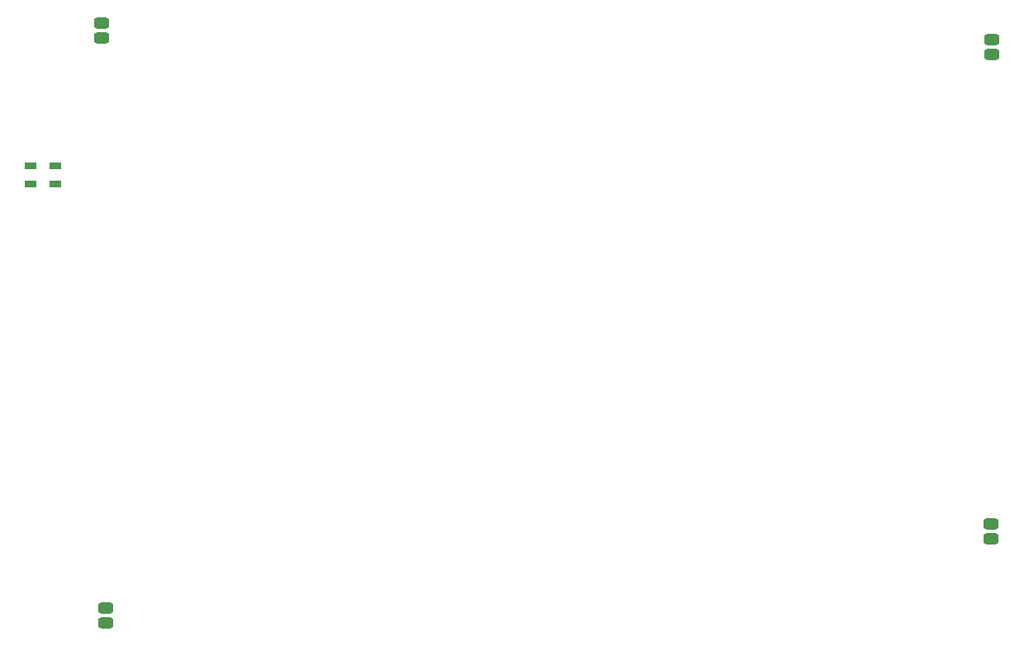
<source format=gbp>
G04 Layer_Color=128*
%FSLAX25Y25*%
%MOIN*%
G70*
G01*
G75*
G04:AMPARAMS|DCode=285|XSize=44mil|YSize=61mil|CornerRadius=10.5mil|HoleSize=0mil|Usage=FLASHONLY|Rotation=90.000|XOffset=0mil|YOffset=0mil|HoleType=Round|Shape=RoundedRectangle|*
%AMROUNDEDRECTD285*
21,1,0.04400,0.04000,0,0,90.0*
21,1,0.02300,0.06100,0,0,90.0*
1,1,0.02100,0.02000,0.01150*
1,1,0.02100,0.02000,-0.01150*
1,1,0.02100,-0.02000,-0.01150*
1,1,0.02100,-0.02000,0.01150*
%
%ADD285ROUNDEDRECTD285*%
%ADD286R,0.04721X0.03146*%
G54D285*
X322100Y-196900D02*
D03*
Y-202900D02*
D03*
X-36975Y-675D02*
D03*
Y5325D02*
D03*
X-35175Y-236775D02*
D03*
Y-230775D02*
D03*
X322225Y-7275D02*
D03*
Y-1275D02*
D03*
G54D286*
X-55575Y-59617D02*
D03*
Y-52333D02*
D03*
X-65775Y-59617D02*
D03*
Y-52333D02*
D03*
M02*

</source>
